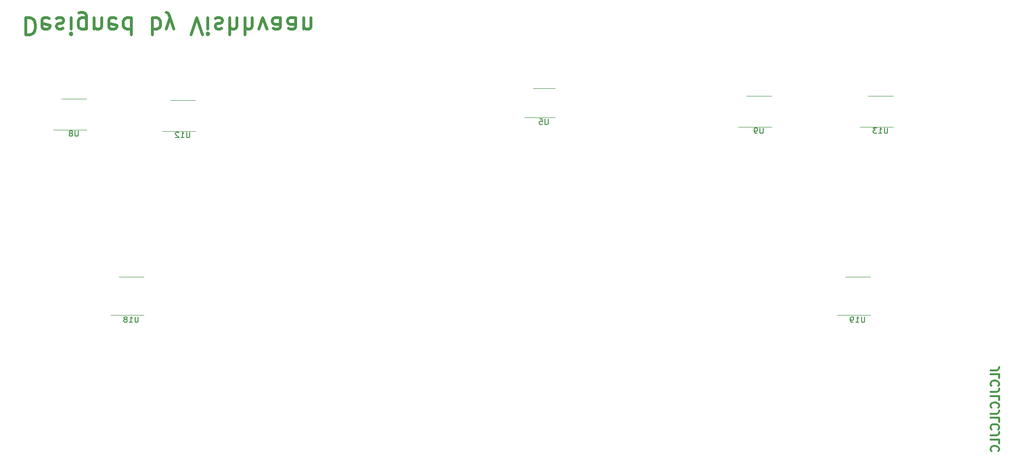
<source format=gbo>
G04 #@! TF.GenerationSoftware,KiCad,Pcbnew,5.1.10*
G04 #@! TF.CreationDate,2021-06-20T21:29:18-04:00*
G04 #@! TF.ProjectId,EVE-PCB-V4,4556452d-5043-4422-9d56-342e6b696361,rev?*
G04 #@! TF.SameCoordinates,Original*
G04 #@! TF.FileFunction,Legend,Bot*
G04 #@! TF.FilePolarity,Positive*
%FSLAX46Y46*%
G04 Gerber Fmt 4.6, Leading zero omitted, Abs format (unit mm)*
G04 Created by KiCad (PCBNEW 5.1.10) date 2021-06-20 21:29:18*
%MOMM*%
%LPD*%
G01*
G04 APERTURE LIST*
%ADD10C,0.500000*%
%ADD11C,0.300000*%
%ADD12C,0.120000*%
%ADD13C,0.150000*%
%ADD14O,1.802000X1.802000*%
%ADD15C,2.702000*%
%ADD16O,2.102000X2.007000*%
%ADD17C,1.752000*%
%ADD18C,1.202000*%
%ADD19O,2.702000X2.702000*%
G04 APERTURE END LIST*
D10*
X61836285Y-31154857D02*
X61836285Y-34154857D01*
X62550571Y-34154857D01*
X62979142Y-34012000D01*
X63264857Y-33726285D01*
X63407714Y-33440571D01*
X63550571Y-32869142D01*
X63550571Y-32440571D01*
X63407714Y-31869142D01*
X63264857Y-31583428D01*
X62979142Y-31297714D01*
X62550571Y-31154857D01*
X61836285Y-31154857D01*
X65979142Y-31297714D02*
X65693428Y-31154857D01*
X65122000Y-31154857D01*
X64836285Y-31297714D01*
X64693428Y-31583428D01*
X64693428Y-32726285D01*
X64836285Y-33011999D01*
X65122000Y-33154857D01*
X65693428Y-33154857D01*
X65979142Y-33011999D01*
X66122000Y-32726285D01*
X66122000Y-32440571D01*
X64693428Y-32154857D01*
X67264857Y-31297714D02*
X67550571Y-31154857D01*
X68122000Y-31154857D01*
X68407714Y-31297714D01*
X68550571Y-31583428D01*
X68550571Y-31726285D01*
X68407714Y-32011999D01*
X68122000Y-32154857D01*
X67693428Y-32154857D01*
X67407714Y-32297714D01*
X67264857Y-32583428D01*
X67264857Y-32726285D01*
X67407714Y-33011999D01*
X67693428Y-33154857D01*
X68122000Y-33154857D01*
X68407714Y-33011999D01*
X69836285Y-31154857D02*
X69836285Y-33154857D01*
X69836285Y-34154857D02*
X69693428Y-34012000D01*
X69836285Y-33869142D01*
X69979142Y-34012000D01*
X69836285Y-34154857D01*
X69836285Y-33869142D01*
X72550571Y-33154857D02*
X72550571Y-30726285D01*
X72407714Y-30440571D01*
X72264857Y-30297714D01*
X71979142Y-30154857D01*
X71550571Y-30154857D01*
X71264857Y-30297714D01*
X72550571Y-31297714D02*
X72264857Y-31154857D01*
X71693428Y-31154857D01*
X71407714Y-31297714D01*
X71264857Y-31440571D01*
X71122000Y-31726285D01*
X71122000Y-32583428D01*
X71264857Y-32869142D01*
X71407714Y-33011999D01*
X71693428Y-33154857D01*
X72264857Y-33154857D01*
X72550571Y-33012000D01*
X73979142Y-33154857D02*
X73979142Y-31154857D01*
X73979142Y-32869142D02*
X74122000Y-33012000D01*
X74407714Y-33154857D01*
X74836285Y-33154857D01*
X75122000Y-33012000D01*
X75264857Y-32726285D01*
X75264857Y-31154857D01*
X77836285Y-31297714D02*
X77550571Y-31154857D01*
X76979142Y-31154857D01*
X76693428Y-31297714D01*
X76550571Y-31583428D01*
X76550571Y-32726285D01*
X76693428Y-33012000D01*
X76979142Y-33154857D01*
X77550571Y-33154857D01*
X77836285Y-33012000D01*
X77979142Y-32726285D01*
X77979142Y-32440571D01*
X76550571Y-32154857D01*
X80550571Y-31154857D02*
X80550571Y-34154857D01*
X80550571Y-31297714D02*
X80264857Y-31154857D01*
X79693428Y-31154857D01*
X79407714Y-31297714D01*
X79264857Y-31440571D01*
X79122000Y-31726285D01*
X79122000Y-32583428D01*
X79264857Y-32869142D01*
X79407714Y-33012000D01*
X79693428Y-33154857D01*
X80264857Y-33154857D01*
X80550571Y-33012000D01*
X84264857Y-31154857D02*
X84264857Y-34154857D01*
X84264857Y-33012000D02*
X84550571Y-33154857D01*
X85122000Y-33154857D01*
X85407714Y-33012000D01*
X85550571Y-32869142D01*
X85693428Y-32583428D01*
X85693428Y-31726285D01*
X85550571Y-31440571D01*
X85407714Y-31297714D01*
X85122000Y-31154857D01*
X84550571Y-31154857D01*
X84264857Y-31297714D01*
X86693428Y-33154857D02*
X87407714Y-31154857D01*
X88122000Y-33154857D02*
X87407714Y-31154857D01*
X87122000Y-30440571D01*
X86979142Y-30297714D01*
X86693428Y-30154857D01*
X91122000Y-34154857D02*
X92122000Y-31154857D01*
X93122000Y-34154857D01*
X94122000Y-31154857D02*
X94122000Y-33154857D01*
X94122000Y-34154857D02*
X93979142Y-34012000D01*
X94122000Y-33869142D01*
X94264857Y-34012000D01*
X94122000Y-34154857D01*
X94122000Y-33869142D01*
X95407714Y-31297714D02*
X95693428Y-31154857D01*
X96264857Y-31154857D01*
X96550571Y-31297714D01*
X96693428Y-31583428D01*
X96693428Y-31726285D01*
X96550571Y-32012000D01*
X96264857Y-32154857D01*
X95836285Y-32154857D01*
X95550571Y-32297714D01*
X95407714Y-32583428D01*
X95407714Y-32726285D01*
X95550571Y-33012000D01*
X95836285Y-33154857D01*
X96264857Y-33154857D01*
X96550571Y-33012000D01*
X97979142Y-31154857D02*
X97979142Y-34154857D01*
X99264857Y-31154857D02*
X99264857Y-32726285D01*
X99122000Y-33012000D01*
X98836285Y-33154857D01*
X98407714Y-33154857D01*
X98122000Y-33012000D01*
X97979142Y-32869142D01*
X100693428Y-31154857D02*
X100693428Y-34154857D01*
X101979142Y-31154857D02*
X101979142Y-32726285D01*
X101836285Y-33012000D01*
X101550571Y-33154857D01*
X101122000Y-33154857D01*
X100836285Y-33012000D01*
X100693428Y-32869142D01*
X103122000Y-33154857D02*
X103836285Y-31154857D01*
X104550571Y-33154857D01*
X106979142Y-31154857D02*
X106979142Y-32726285D01*
X106836285Y-33012000D01*
X106550571Y-33154857D01*
X105979142Y-33154857D01*
X105693428Y-33012000D01*
X106979142Y-31297714D02*
X106693428Y-31154857D01*
X105979142Y-31154857D01*
X105693428Y-31297714D01*
X105550571Y-31583428D01*
X105550571Y-31869142D01*
X105693428Y-32154857D01*
X105979142Y-32297714D01*
X106693428Y-32297714D01*
X106979142Y-32440571D01*
X109693428Y-31154857D02*
X109693428Y-32726285D01*
X109550571Y-33012000D01*
X109264857Y-33154857D01*
X108693428Y-33154857D01*
X108407714Y-33012000D01*
X109693428Y-31297714D02*
X109407714Y-31154857D01*
X108693428Y-31154857D01*
X108407714Y-31297714D01*
X108264857Y-31583428D01*
X108264857Y-31869142D01*
X108407714Y-32154857D01*
X108693428Y-32297714D01*
X109407714Y-32297714D01*
X109693428Y-32440571D01*
X111122000Y-33154857D02*
X111122000Y-31154857D01*
X111122000Y-32869142D02*
X111264857Y-33012000D01*
X111550571Y-33154857D01*
X111979142Y-33154857D01*
X112264857Y-33012000D01*
X112407714Y-32726285D01*
X112407714Y-31154857D01*
D11*
X232858571Y-93655428D02*
X233930000Y-93655428D01*
X234144285Y-93584000D01*
X234287142Y-93441142D01*
X234358571Y-93226857D01*
X234358571Y-93084000D01*
X234358571Y-95084000D02*
X234358571Y-94369714D01*
X232858571Y-94369714D01*
X234215714Y-96441142D02*
X234287142Y-96369714D01*
X234358571Y-96155428D01*
X234358571Y-96012571D01*
X234287142Y-95798285D01*
X234144285Y-95655428D01*
X234001428Y-95584000D01*
X233715714Y-95512571D01*
X233501428Y-95512571D01*
X233215714Y-95584000D01*
X233072857Y-95655428D01*
X232930000Y-95798285D01*
X232858571Y-96012571D01*
X232858571Y-96155428D01*
X232930000Y-96369714D01*
X233001428Y-96441142D01*
X232858571Y-97512571D02*
X233930000Y-97512571D01*
X234144285Y-97441142D01*
X234287142Y-97298285D01*
X234358571Y-97084000D01*
X234358571Y-96941142D01*
X234358571Y-98941142D02*
X234358571Y-98226857D01*
X232858571Y-98226857D01*
X234215714Y-100298285D02*
X234287142Y-100226857D01*
X234358571Y-100012571D01*
X234358571Y-99869714D01*
X234287142Y-99655428D01*
X234144285Y-99512571D01*
X234001428Y-99441142D01*
X233715714Y-99369714D01*
X233501428Y-99369714D01*
X233215714Y-99441142D01*
X233072857Y-99512571D01*
X232930000Y-99655428D01*
X232858571Y-99869714D01*
X232858571Y-100012571D01*
X232930000Y-100226857D01*
X233001428Y-100298285D01*
X232858571Y-101369714D02*
X233930000Y-101369714D01*
X234144285Y-101298285D01*
X234287142Y-101155428D01*
X234358571Y-100941142D01*
X234358571Y-100798285D01*
X234358571Y-102798285D02*
X234358571Y-102084000D01*
X232858571Y-102084000D01*
X234215714Y-104155428D02*
X234287142Y-104084000D01*
X234358571Y-103869714D01*
X234358571Y-103726857D01*
X234287142Y-103512571D01*
X234144285Y-103369714D01*
X234001428Y-103298285D01*
X233715714Y-103226857D01*
X233501428Y-103226857D01*
X233215714Y-103298285D01*
X233072857Y-103369714D01*
X232930000Y-103512571D01*
X232858571Y-103726857D01*
X232858571Y-103869714D01*
X232930000Y-104084000D01*
X233001428Y-104155428D01*
X232858571Y-105226857D02*
X233930000Y-105226857D01*
X234144285Y-105155428D01*
X234287142Y-105012571D01*
X234358571Y-104798285D01*
X234358571Y-104655428D01*
X234358571Y-106655428D02*
X234358571Y-105941142D01*
X232858571Y-105941142D01*
X234215714Y-108012571D02*
X234287142Y-107941142D01*
X234358571Y-107726857D01*
X234358571Y-107584000D01*
X234287142Y-107369714D01*
X234144285Y-107226857D01*
X234001428Y-107155428D01*
X233715714Y-107084000D01*
X233501428Y-107084000D01*
X233215714Y-107155428D01*
X233072857Y-107226857D01*
X232930000Y-107369714D01*
X232858571Y-107584000D01*
X232858571Y-107726857D01*
X232930000Y-107941142D01*
X233001428Y-108012571D01*
D12*
X153670000Y-48788000D02*
X150220000Y-48788000D01*
X153670000Y-48788000D02*
X155620000Y-48788000D01*
X153670000Y-43668000D02*
X151720000Y-43668000D01*
X153670000Y-43668000D02*
X155620000Y-43668000D01*
X70358000Y-50995000D02*
X66758000Y-50995000D01*
X70358000Y-50995000D02*
X72558000Y-50995000D01*
X70358000Y-45525000D02*
X68158000Y-45525000D01*
X70358000Y-45525000D02*
X72558000Y-45525000D01*
X191770000Y-50487000D02*
X188170000Y-50487000D01*
X191770000Y-50487000D02*
X193970000Y-50487000D01*
X191770000Y-45017000D02*
X189570000Y-45017000D01*
X191770000Y-45017000D02*
X193970000Y-45017000D01*
X89662000Y-45779000D02*
X91862000Y-45779000D01*
X89662000Y-45779000D02*
X87462000Y-45779000D01*
X89662000Y-51249000D02*
X91862000Y-51249000D01*
X89662000Y-51249000D02*
X86062000Y-51249000D01*
X213360000Y-45017000D02*
X215560000Y-45017000D01*
X213360000Y-45017000D02*
X211160000Y-45017000D01*
X213360000Y-50487000D02*
X215560000Y-50487000D01*
X213360000Y-50487000D02*
X209760000Y-50487000D01*
X80518000Y-83903000D02*
X76918000Y-83903000D01*
X80518000Y-83903000D02*
X82718000Y-83903000D01*
X80518000Y-77133000D02*
X78318000Y-77133000D01*
X80518000Y-77133000D02*
X82718000Y-77133000D01*
X209296000Y-83903000D02*
X205696000Y-83903000D01*
X209296000Y-83903000D02*
X211496000Y-83903000D01*
X209296000Y-77133000D02*
X207096000Y-77133000D01*
X209296000Y-77133000D02*
X211496000Y-77133000D01*
D13*
X154431904Y-49080380D02*
X154431904Y-49889904D01*
X154384285Y-49985142D01*
X154336666Y-50032761D01*
X154241428Y-50080380D01*
X154050952Y-50080380D01*
X153955714Y-50032761D01*
X153908095Y-49985142D01*
X153860476Y-49889904D01*
X153860476Y-49080380D01*
X152908095Y-49080380D02*
X153384285Y-49080380D01*
X153431904Y-49556571D01*
X153384285Y-49508952D01*
X153289047Y-49461333D01*
X153050952Y-49461333D01*
X152955714Y-49508952D01*
X152908095Y-49556571D01*
X152860476Y-49651809D01*
X152860476Y-49889904D01*
X152908095Y-49985142D01*
X152955714Y-50032761D01*
X153050952Y-50080380D01*
X153289047Y-50080380D01*
X153384285Y-50032761D01*
X153431904Y-49985142D01*
X71119904Y-51162380D02*
X71119904Y-51971904D01*
X71072285Y-52067142D01*
X71024666Y-52114761D01*
X70929428Y-52162380D01*
X70738952Y-52162380D01*
X70643714Y-52114761D01*
X70596095Y-52067142D01*
X70548476Y-51971904D01*
X70548476Y-51162380D01*
X69929428Y-51590952D02*
X70024666Y-51543333D01*
X70072285Y-51495714D01*
X70119904Y-51400476D01*
X70119904Y-51352857D01*
X70072285Y-51257619D01*
X70024666Y-51210000D01*
X69929428Y-51162380D01*
X69738952Y-51162380D01*
X69643714Y-51210000D01*
X69596095Y-51257619D01*
X69548476Y-51352857D01*
X69548476Y-51400476D01*
X69596095Y-51495714D01*
X69643714Y-51543333D01*
X69738952Y-51590952D01*
X69929428Y-51590952D01*
X70024666Y-51638571D01*
X70072285Y-51686190D01*
X70119904Y-51781428D01*
X70119904Y-51971904D01*
X70072285Y-52067142D01*
X70024666Y-52114761D01*
X69929428Y-52162380D01*
X69738952Y-52162380D01*
X69643714Y-52114761D01*
X69596095Y-52067142D01*
X69548476Y-51971904D01*
X69548476Y-51781428D01*
X69596095Y-51686190D01*
X69643714Y-51638571D01*
X69738952Y-51590952D01*
X192531904Y-50654380D02*
X192531904Y-51463904D01*
X192484285Y-51559142D01*
X192436666Y-51606761D01*
X192341428Y-51654380D01*
X192150952Y-51654380D01*
X192055714Y-51606761D01*
X192008095Y-51559142D01*
X191960476Y-51463904D01*
X191960476Y-50654380D01*
X191436666Y-51654380D02*
X191246190Y-51654380D01*
X191150952Y-51606761D01*
X191103333Y-51559142D01*
X191008095Y-51416285D01*
X190960476Y-51225809D01*
X190960476Y-50844857D01*
X191008095Y-50749619D01*
X191055714Y-50702000D01*
X191150952Y-50654380D01*
X191341428Y-50654380D01*
X191436666Y-50702000D01*
X191484285Y-50749619D01*
X191531904Y-50844857D01*
X191531904Y-51082952D01*
X191484285Y-51178190D01*
X191436666Y-51225809D01*
X191341428Y-51273428D01*
X191150952Y-51273428D01*
X191055714Y-51225809D01*
X191008095Y-51178190D01*
X190960476Y-51082952D01*
X90900095Y-51416380D02*
X90900095Y-52225904D01*
X90852476Y-52321142D01*
X90804857Y-52368761D01*
X90709619Y-52416380D01*
X90519142Y-52416380D01*
X90423904Y-52368761D01*
X90376285Y-52321142D01*
X90328666Y-52225904D01*
X90328666Y-51416380D01*
X89328666Y-52416380D02*
X89900095Y-52416380D01*
X89614380Y-52416380D02*
X89614380Y-51416380D01*
X89709619Y-51559238D01*
X89804857Y-51654476D01*
X89900095Y-51702095D01*
X88947714Y-51511619D02*
X88900095Y-51464000D01*
X88804857Y-51416380D01*
X88566761Y-51416380D01*
X88471523Y-51464000D01*
X88423904Y-51511619D01*
X88376285Y-51606857D01*
X88376285Y-51702095D01*
X88423904Y-51844952D01*
X88995333Y-52416380D01*
X88376285Y-52416380D01*
X214598095Y-50654380D02*
X214598095Y-51463904D01*
X214550476Y-51559142D01*
X214502857Y-51606761D01*
X214407619Y-51654380D01*
X214217142Y-51654380D01*
X214121904Y-51606761D01*
X214074285Y-51559142D01*
X214026666Y-51463904D01*
X214026666Y-50654380D01*
X213026666Y-51654380D02*
X213598095Y-51654380D01*
X213312380Y-51654380D02*
X213312380Y-50654380D01*
X213407619Y-50797238D01*
X213502857Y-50892476D01*
X213598095Y-50940095D01*
X212693333Y-50654380D02*
X212074285Y-50654380D01*
X212407619Y-51035333D01*
X212264761Y-51035333D01*
X212169523Y-51082952D01*
X212121904Y-51130571D01*
X212074285Y-51225809D01*
X212074285Y-51463904D01*
X212121904Y-51559142D01*
X212169523Y-51606761D01*
X212264761Y-51654380D01*
X212550476Y-51654380D01*
X212645714Y-51606761D01*
X212693333Y-51559142D01*
X81756095Y-84170380D02*
X81756095Y-84979904D01*
X81708476Y-85075142D01*
X81660857Y-85122761D01*
X81565619Y-85170380D01*
X81375142Y-85170380D01*
X81279904Y-85122761D01*
X81232285Y-85075142D01*
X81184666Y-84979904D01*
X81184666Y-84170380D01*
X80184666Y-85170380D02*
X80756095Y-85170380D01*
X80470380Y-85170380D02*
X80470380Y-84170380D01*
X80565619Y-84313238D01*
X80660857Y-84408476D01*
X80756095Y-84456095D01*
X79613238Y-84598952D02*
X79708476Y-84551333D01*
X79756095Y-84503714D01*
X79803714Y-84408476D01*
X79803714Y-84360857D01*
X79756095Y-84265619D01*
X79708476Y-84218000D01*
X79613238Y-84170380D01*
X79422761Y-84170380D01*
X79327523Y-84218000D01*
X79279904Y-84265619D01*
X79232285Y-84360857D01*
X79232285Y-84408476D01*
X79279904Y-84503714D01*
X79327523Y-84551333D01*
X79422761Y-84598952D01*
X79613238Y-84598952D01*
X79708476Y-84646571D01*
X79756095Y-84694190D01*
X79803714Y-84789428D01*
X79803714Y-84979904D01*
X79756095Y-85075142D01*
X79708476Y-85122761D01*
X79613238Y-85170380D01*
X79422761Y-85170380D01*
X79327523Y-85122761D01*
X79279904Y-85075142D01*
X79232285Y-84979904D01*
X79232285Y-84789428D01*
X79279904Y-84694190D01*
X79327523Y-84646571D01*
X79422761Y-84598952D01*
X210534095Y-84170380D02*
X210534095Y-84979904D01*
X210486476Y-85075142D01*
X210438857Y-85122761D01*
X210343619Y-85170380D01*
X210153142Y-85170380D01*
X210057904Y-85122761D01*
X210010285Y-85075142D01*
X209962666Y-84979904D01*
X209962666Y-84170380D01*
X208962666Y-85170380D02*
X209534095Y-85170380D01*
X209248380Y-85170380D02*
X209248380Y-84170380D01*
X209343619Y-84313238D01*
X209438857Y-84408476D01*
X209534095Y-84456095D01*
X208486476Y-85170380D02*
X208296000Y-85170380D01*
X208200761Y-85122761D01*
X208153142Y-85075142D01*
X208057904Y-84932285D01*
X208010285Y-84741809D01*
X208010285Y-84360857D01*
X208057904Y-84265619D01*
X208105523Y-84218000D01*
X208200761Y-84170380D01*
X208391238Y-84170380D01*
X208486476Y-84218000D01*
X208534095Y-84265619D01*
X208581714Y-84360857D01*
X208581714Y-84598952D01*
X208534095Y-84694190D01*
X208486476Y-84741809D01*
X208391238Y-84789428D01*
X208200761Y-84789428D01*
X208105523Y-84741809D01*
X208057904Y-84694190D01*
X208010285Y-84598952D01*
%LPC*%
D14*
X232410000Y-82042000D03*
X229870000Y-82042000D03*
X232410000Y-79502000D03*
X229870000Y-79502000D03*
X232410000Y-76962000D03*
X229870000Y-76962000D03*
X232410000Y-74422000D03*
X229870000Y-74422000D03*
X232410000Y-71882000D03*
X229870000Y-71882000D03*
X232410000Y-69342000D03*
X229870000Y-69342000D03*
X232410000Y-66802000D03*
X229870000Y-66802000D03*
X232410000Y-64262000D03*
X229870000Y-64262000D03*
X232410000Y-61722000D03*
X229870000Y-61722000D03*
X232410000Y-59182000D03*
X229870000Y-59182000D03*
X232410000Y-56642000D03*
X229870000Y-56642000D03*
X232410000Y-54102000D03*
X229870000Y-54102000D03*
X232410000Y-51562000D03*
X229870000Y-51562000D03*
X232410000Y-49022000D03*
X229870000Y-49022000D03*
X232410000Y-46482000D03*
X229870000Y-46482000D03*
X232410000Y-43942000D03*
X229870000Y-43942000D03*
X232410000Y-41402000D03*
X229870000Y-41402000D03*
X232410000Y-38862000D03*
X229870000Y-38862000D03*
X232410000Y-36322000D03*
X229870000Y-36322000D03*
X232410000Y-33782000D03*
G36*
G01*
X228969000Y-34632000D02*
X228969000Y-32932000D01*
G75*
G02*
X229020000Y-32881000I51000J0D01*
G01*
X230720000Y-32881000D01*
G75*
G02*
X230771000Y-32932000I0J-51000D01*
G01*
X230771000Y-34632000D01*
G75*
G02*
X230720000Y-34683000I-51000J0D01*
G01*
X229020000Y-34683000D01*
G75*
G02*
X228969000Y-34632000I0J51000D01*
G01*
G37*
G36*
G01*
X142524200Y-42642000D02*
X142524200Y-45242000D01*
G75*
G02*
X142473200Y-45293000I-51000J0D01*
G01*
X139873200Y-45293000D01*
G75*
G02*
X139822200Y-45242000I0J51000D01*
G01*
X139822200Y-42642000D01*
G75*
G02*
X139873200Y-42591000I51000J0D01*
G01*
X142473200Y-42591000D01*
G75*
G02*
X142524200Y-42642000I0J-51000D01*
G01*
G37*
D15*
X141173200Y-37942000D03*
X136473200Y-40942000D03*
G36*
G01*
X55642000Y-89928500D02*
X57642000Y-89928500D01*
G75*
G02*
X57693000Y-89979500I0J-51000D01*
G01*
X57693000Y-91884500D01*
G75*
G02*
X57642000Y-91935500I-51000J0D01*
G01*
X55642000Y-91935500D01*
G75*
G02*
X55591000Y-91884500I0J51000D01*
G01*
X55591000Y-89979500D01*
G75*
G02*
X55642000Y-89928500I51000J0D01*
G01*
G37*
D16*
X56642000Y-93472000D03*
X56642000Y-96012000D03*
D17*
X165100000Y-37846000D03*
X162560000Y-37846000D03*
X160020000Y-37846000D03*
D18*
X165100000Y-35306000D03*
X162560000Y-35306000D03*
X160020000Y-35306000D03*
G36*
G01*
X127173000Y-49306000D02*
X127173000Y-46706000D01*
G75*
G02*
X127224000Y-46655000I51000J0D01*
G01*
X129824000Y-46655000D01*
G75*
G02*
X129875000Y-46706000I0J-51000D01*
G01*
X129875000Y-49306000D01*
G75*
G02*
X129824000Y-49357000I-51000J0D01*
G01*
X127224000Y-49357000D01*
G75*
G02*
X127173000Y-49306000I0J51000D01*
G01*
G37*
D19*
X132334000Y-48006000D03*
G36*
G01*
X54979000Y-34632000D02*
X54979000Y-32932000D01*
G75*
G02*
X55030000Y-32881000I51000J0D01*
G01*
X56730000Y-32881000D01*
G75*
G02*
X56781000Y-32932000I0J-51000D01*
G01*
X56781000Y-34632000D01*
G75*
G02*
X56730000Y-34683000I-51000J0D01*
G01*
X55030000Y-34683000D01*
G75*
G02*
X54979000Y-34632000I0J51000D01*
G01*
G37*
D14*
X58420000Y-33782000D03*
X55880000Y-36322000D03*
X58420000Y-36322000D03*
X55880000Y-38862000D03*
X58420000Y-38862000D03*
X55880000Y-41402000D03*
X58420000Y-41402000D03*
X55880000Y-43942000D03*
X58420000Y-43942000D03*
X55880000Y-46482000D03*
X58420000Y-46482000D03*
X55880000Y-49022000D03*
X58420000Y-49022000D03*
X55880000Y-51562000D03*
X58420000Y-51562000D03*
X55880000Y-54102000D03*
X58420000Y-54102000D03*
X55880000Y-56642000D03*
X58420000Y-56642000D03*
X55880000Y-59182000D03*
X58420000Y-59182000D03*
X55880000Y-61722000D03*
X58420000Y-61722000D03*
X55880000Y-64262000D03*
X58420000Y-64262000D03*
X55880000Y-66802000D03*
X58420000Y-66802000D03*
X55880000Y-69342000D03*
X58420000Y-69342000D03*
X55880000Y-71882000D03*
X58420000Y-71882000D03*
X55880000Y-74422000D03*
X58420000Y-74422000D03*
X55880000Y-76962000D03*
X58420000Y-76962000D03*
X55880000Y-79502000D03*
X58420000Y-79502000D03*
X55880000Y-82042000D03*
X58420000Y-82042000D03*
G36*
G01*
X125083000Y-37172000D02*
X125083000Y-35472000D01*
G75*
G02*
X125134000Y-35421000I51000J0D01*
G01*
X126834000Y-35421000D01*
G75*
G02*
X126885000Y-35472000I0J-51000D01*
G01*
X126885000Y-37172000D01*
G75*
G02*
X126834000Y-37223000I-51000J0D01*
G01*
X125134000Y-37223000D01*
G75*
G02*
X125083000Y-37172000I0J51000D01*
G01*
G37*
X128524000Y-36322000D03*
X125984000Y-38862000D03*
X128524000Y-38862000D03*
X125984000Y-41402000D03*
X128524000Y-41402000D03*
G36*
G01*
X150169000Y-48308500D02*
X150169000Y-47957500D01*
G75*
G02*
X150344500Y-47782000I175500J0D01*
G01*
X152045500Y-47782000D01*
G75*
G02*
X152221000Y-47957500I0J-175500D01*
G01*
X152221000Y-48308500D01*
G75*
G02*
X152045500Y-48484000I-175500J0D01*
G01*
X150344500Y-48484000D01*
G75*
G02*
X150169000Y-48308500I0J175500D01*
G01*
G37*
G36*
G01*
X150169000Y-47038500D02*
X150169000Y-46687500D01*
G75*
G02*
X150344500Y-46512000I175500J0D01*
G01*
X152045500Y-46512000D01*
G75*
G02*
X152221000Y-46687500I0J-175500D01*
G01*
X152221000Y-47038500D01*
G75*
G02*
X152045500Y-47214000I-175500J0D01*
G01*
X150344500Y-47214000D01*
G75*
G02*
X150169000Y-47038500I0J175500D01*
G01*
G37*
G36*
G01*
X150169000Y-45768500D02*
X150169000Y-45417500D01*
G75*
G02*
X150344500Y-45242000I175500J0D01*
G01*
X152045500Y-45242000D01*
G75*
G02*
X152221000Y-45417500I0J-175500D01*
G01*
X152221000Y-45768500D01*
G75*
G02*
X152045500Y-45944000I-175500J0D01*
G01*
X150344500Y-45944000D01*
G75*
G02*
X150169000Y-45768500I0J175500D01*
G01*
G37*
G36*
G01*
X150169000Y-44498500D02*
X150169000Y-44147500D01*
G75*
G02*
X150344500Y-43972000I175500J0D01*
G01*
X152045500Y-43972000D01*
G75*
G02*
X152221000Y-44147500I0J-175500D01*
G01*
X152221000Y-44498500D01*
G75*
G02*
X152045500Y-44674000I-175500J0D01*
G01*
X150344500Y-44674000D01*
G75*
G02*
X150169000Y-44498500I0J175500D01*
G01*
G37*
G36*
G01*
X155119000Y-44498500D02*
X155119000Y-44147500D01*
G75*
G02*
X155294500Y-43972000I175500J0D01*
G01*
X156995500Y-43972000D01*
G75*
G02*
X157171000Y-44147500I0J-175500D01*
G01*
X157171000Y-44498500D01*
G75*
G02*
X156995500Y-44674000I-175500J0D01*
G01*
X155294500Y-44674000D01*
G75*
G02*
X155119000Y-44498500I0J175500D01*
G01*
G37*
G36*
G01*
X155119000Y-45768500D02*
X155119000Y-45417500D01*
G75*
G02*
X155294500Y-45242000I175500J0D01*
G01*
X156995500Y-45242000D01*
G75*
G02*
X157171000Y-45417500I0J-175500D01*
G01*
X157171000Y-45768500D01*
G75*
G02*
X156995500Y-45944000I-175500J0D01*
G01*
X155294500Y-45944000D01*
G75*
G02*
X155119000Y-45768500I0J175500D01*
G01*
G37*
G36*
G01*
X155119000Y-47038500D02*
X155119000Y-46687500D01*
G75*
G02*
X155294500Y-46512000I175500J0D01*
G01*
X156995500Y-46512000D01*
G75*
G02*
X157171000Y-46687500I0J-175500D01*
G01*
X157171000Y-47038500D01*
G75*
G02*
X156995500Y-47214000I-175500J0D01*
G01*
X155294500Y-47214000D01*
G75*
G02*
X155119000Y-47038500I0J175500D01*
G01*
G37*
G36*
G01*
X155119000Y-48308500D02*
X155119000Y-47957500D01*
G75*
G02*
X155294500Y-47782000I175500J0D01*
G01*
X156995500Y-47782000D01*
G75*
G02*
X157171000Y-47957500I0J-175500D01*
G01*
X157171000Y-48308500D01*
G75*
G02*
X156995500Y-48484000I-175500J0D01*
G01*
X155294500Y-48484000D01*
G75*
G02*
X155119000Y-48308500I0J175500D01*
G01*
G37*
G36*
G01*
X66707000Y-50660500D02*
X66707000Y-50409500D01*
G75*
G02*
X66832500Y-50284000I125500J0D01*
G01*
X68158500Y-50284000D01*
G75*
G02*
X68284000Y-50409500I0J-125500D01*
G01*
X68284000Y-50660500D01*
G75*
G02*
X68158500Y-50786000I-125500J0D01*
G01*
X66832500Y-50786000D01*
G75*
G02*
X66707000Y-50660500I0J125500D01*
G01*
G37*
G36*
G01*
X66707000Y-50010500D02*
X66707000Y-49759500D01*
G75*
G02*
X66832500Y-49634000I125500J0D01*
G01*
X68158500Y-49634000D01*
G75*
G02*
X68284000Y-49759500I0J-125500D01*
G01*
X68284000Y-50010500D01*
G75*
G02*
X68158500Y-50136000I-125500J0D01*
G01*
X66832500Y-50136000D01*
G75*
G02*
X66707000Y-50010500I0J125500D01*
G01*
G37*
G36*
G01*
X66707000Y-49360500D02*
X66707000Y-49109500D01*
G75*
G02*
X66832500Y-48984000I125500J0D01*
G01*
X68158500Y-48984000D01*
G75*
G02*
X68284000Y-49109500I0J-125500D01*
G01*
X68284000Y-49360500D01*
G75*
G02*
X68158500Y-49486000I-125500J0D01*
G01*
X66832500Y-49486000D01*
G75*
G02*
X66707000Y-49360500I0J125500D01*
G01*
G37*
G36*
G01*
X66707000Y-48710500D02*
X66707000Y-48459500D01*
G75*
G02*
X66832500Y-48334000I125500J0D01*
G01*
X68158500Y-48334000D01*
G75*
G02*
X68284000Y-48459500I0J-125500D01*
G01*
X68284000Y-48710500D01*
G75*
G02*
X68158500Y-48836000I-125500J0D01*
G01*
X66832500Y-48836000D01*
G75*
G02*
X66707000Y-48710500I0J125500D01*
G01*
G37*
G36*
G01*
X66707000Y-48060500D02*
X66707000Y-47809500D01*
G75*
G02*
X66832500Y-47684000I125500J0D01*
G01*
X68158500Y-47684000D01*
G75*
G02*
X68284000Y-47809500I0J-125500D01*
G01*
X68284000Y-48060500D01*
G75*
G02*
X68158500Y-48186000I-125500J0D01*
G01*
X66832500Y-48186000D01*
G75*
G02*
X66707000Y-48060500I0J125500D01*
G01*
G37*
G36*
G01*
X66707000Y-47410500D02*
X66707000Y-47159500D01*
G75*
G02*
X66832500Y-47034000I125500J0D01*
G01*
X68158500Y-47034000D01*
G75*
G02*
X68284000Y-47159500I0J-125500D01*
G01*
X68284000Y-47410500D01*
G75*
G02*
X68158500Y-47536000I-125500J0D01*
G01*
X66832500Y-47536000D01*
G75*
G02*
X66707000Y-47410500I0J125500D01*
G01*
G37*
G36*
G01*
X66707000Y-46760500D02*
X66707000Y-46509500D01*
G75*
G02*
X66832500Y-46384000I125500J0D01*
G01*
X68158500Y-46384000D01*
G75*
G02*
X68284000Y-46509500I0J-125500D01*
G01*
X68284000Y-46760500D01*
G75*
G02*
X68158500Y-46886000I-125500J0D01*
G01*
X66832500Y-46886000D01*
G75*
G02*
X66707000Y-46760500I0J125500D01*
G01*
G37*
G36*
G01*
X66707000Y-46110500D02*
X66707000Y-45859500D01*
G75*
G02*
X66832500Y-45734000I125500J0D01*
G01*
X68158500Y-45734000D01*
G75*
G02*
X68284000Y-45859500I0J-125500D01*
G01*
X68284000Y-46110500D01*
G75*
G02*
X68158500Y-46236000I-125500J0D01*
G01*
X66832500Y-46236000D01*
G75*
G02*
X66707000Y-46110500I0J125500D01*
G01*
G37*
G36*
G01*
X72432000Y-46110500D02*
X72432000Y-45859500D01*
G75*
G02*
X72557500Y-45734000I125500J0D01*
G01*
X73883500Y-45734000D01*
G75*
G02*
X74009000Y-45859500I0J-125500D01*
G01*
X74009000Y-46110500D01*
G75*
G02*
X73883500Y-46236000I-125500J0D01*
G01*
X72557500Y-46236000D01*
G75*
G02*
X72432000Y-46110500I0J125500D01*
G01*
G37*
G36*
G01*
X72432000Y-46760500D02*
X72432000Y-46509500D01*
G75*
G02*
X72557500Y-46384000I125500J0D01*
G01*
X73883500Y-46384000D01*
G75*
G02*
X74009000Y-46509500I0J-125500D01*
G01*
X74009000Y-46760500D01*
G75*
G02*
X73883500Y-46886000I-125500J0D01*
G01*
X72557500Y-46886000D01*
G75*
G02*
X72432000Y-46760500I0J125500D01*
G01*
G37*
G36*
G01*
X72432000Y-47410500D02*
X72432000Y-47159500D01*
G75*
G02*
X72557500Y-47034000I125500J0D01*
G01*
X73883500Y-47034000D01*
G75*
G02*
X74009000Y-47159500I0J-125500D01*
G01*
X74009000Y-47410500D01*
G75*
G02*
X73883500Y-47536000I-125500J0D01*
G01*
X72557500Y-47536000D01*
G75*
G02*
X72432000Y-47410500I0J125500D01*
G01*
G37*
G36*
G01*
X72432000Y-48060500D02*
X72432000Y-47809500D01*
G75*
G02*
X72557500Y-47684000I125500J0D01*
G01*
X73883500Y-47684000D01*
G75*
G02*
X74009000Y-47809500I0J-125500D01*
G01*
X74009000Y-48060500D01*
G75*
G02*
X73883500Y-48186000I-125500J0D01*
G01*
X72557500Y-48186000D01*
G75*
G02*
X72432000Y-48060500I0J125500D01*
G01*
G37*
G36*
G01*
X72432000Y-48710500D02*
X72432000Y-48459500D01*
G75*
G02*
X72557500Y-48334000I125500J0D01*
G01*
X73883500Y-48334000D01*
G75*
G02*
X74009000Y-48459500I0J-125500D01*
G01*
X74009000Y-48710500D01*
G75*
G02*
X73883500Y-48836000I-125500J0D01*
G01*
X72557500Y-48836000D01*
G75*
G02*
X72432000Y-48710500I0J125500D01*
G01*
G37*
G36*
G01*
X72432000Y-49360500D02*
X72432000Y-49109500D01*
G75*
G02*
X72557500Y-48984000I125500J0D01*
G01*
X73883500Y-48984000D01*
G75*
G02*
X74009000Y-49109500I0J-125500D01*
G01*
X74009000Y-49360500D01*
G75*
G02*
X73883500Y-49486000I-125500J0D01*
G01*
X72557500Y-49486000D01*
G75*
G02*
X72432000Y-49360500I0J125500D01*
G01*
G37*
G36*
G01*
X72432000Y-50010500D02*
X72432000Y-49759500D01*
G75*
G02*
X72557500Y-49634000I125500J0D01*
G01*
X73883500Y-49634000D01*
G75*
G02*
X74009000Y-49759500I0J-125500D01*
G01*
X74009000Y-50010500D01*
G75*
G02*
X73883500Y-50136000I-125500J0D01*
G01*
X72557500Y-50136000D01*
G75*
G02*
X72432000Y-50010500I0J125500D01*
G01*
G37*
G36*
G01*
X72432000Y-50660500D02*
X72432000Y-50409500D01*
G75*
G02*
X72557500Y-50284000I125500J0D01*
G01*
X73883500Y-50284000D01*
G75*
G02*
X74009000Y-50409500I0J-125500D01*
G01*
X74009000Y-50660500D01*
G75*
G02*
X73883500Y-50786000I-125500J0D01*
G01*
X72557500Y-50786000D01*
G75*
G02*
X72432000Y-50660500I0J125500D01*
G01*
G37*
G36*
G01*
X188119000Y-50152500D02*
X188119000Y-49901500D01*
G75*
G02*
X188244500Y-49776000I125500J0D01*
G01*
X189570500Y-49776000D01*
G75*
G02*
X189696000Y-49901500I0J-125500D01*
G01*
X189696000Y-50152500D01*
G75*
G02*
X189570500Y-50278000I-125500J0D01*
G01*
X188244500Y-50278000D01*
G75*
G02*
X188119000Y-50152500I0J125500D01*
G01*
G37*
G36*
G01*
X188119000Y-49502500D02*
X188119000Y-49251500D01*
G75*
G02*
X188244500Y-49126000I125500J0D01*
G01*
X189570500Y-49126000D01*
G75*
G02*
X189696000Y-49251500I0J-125500D01*
G01*
X189696000Y-49502500D01*
G75*
G02*
X189570500Y-49628000I-125500J0D01*
G01*
X188244500Y-49628000D01*
G75*
G02*
X188119000Y-49502500I0J125500D01*
G01*
G37*
G36*
G01*
X188119000Y-48852500D02*
X188119000Y-48601500D01*
G75*
G02*
X188244500Y-48476000I125500J0D01*
G01*
X189570500Y-48476000D01*
G75*
G02*
X189696000Y-48601500I0J-125500D01*
G01*
X189696000Y-48852500D01*
G75*
G02*
X189570500Y-48978000I-125500J0D01*
G01*
X188244500Y-48978000D01*
G75*
G02*
X188119000Y-48852500I0J125500D01*
G01*
G37*
G36*
G01*
X188119000Y-48202500D02*
X188119000Y-47951500D01*
G75*
G02*
X188244500Y-47826000I125500J0D01*
G01*
X189570500Y-47826000D01*
G75*
G02*
X189696000Y-47951500I0J-125500D01*
G01*
X189696000Y-48202500D01*
G75*
G02*
X189570500Y-48328000I-125500J0D01*
G01*
X188244500Y-48328000D01*
G75*
G02*
X188119000Y-48202500I0J125500D01*
G01*
G37*
G36*
G01*
X188119000Y-47552500D02*
X188119000Y-47301500D01*
G75*
G02*
X188244500Y-47176000I125500J0D01*
G01*
X189570500Y-47176000D01*
G75*
G02*
X189696000Y-47301500I0J-125500D01*
G01*
X189696000Y-47552500D01*
G75*
G02*
X189570500Y-47678000I-125500J0D01*
G01*
X188244500Y-47678000D01*
G75*
G02*
X188119000Y-47552500I0J125500D01*
G01*
G37*
G36*
G01*
X188119000Y-46902500D02*
X188119000Y-46651500D01*
G75*
G02*
X188244500Y-46526000I125500J0D01*
G01*
X189570500Y-46526000D01*
G75*
G02*
X189696000Y-46651500I0J-125500D01*
G01*
X189696000Y-46902500D01*
G75*
G02*
X189570500Y-47028000I-125500J0D01*
G01*
X188244500Y-47028000D01*
G75*
G02*
X188119000Y-46902500I0J125500D01*
G01*
G37*
G36*
G01*
X188119000Y-46252500D02*
X188119000Y-46001500D01*
G75*
G02*
X188244500Y-45876000I125500J0D01*
G01*
X189570500Y-45876000D01*
G75*
G02*
X189696000Y-46001500I0J-125500D01*
G01*
X189696000Y-46252500D01*
G75*
G02*
X189570500Y-46378000I-125500J0D01*
G01*
X188244500Y-46378000D01*
G75*
G02*
X188119000Y-46252500I0J125500D01*
G01*
G37*
G36*
G01*
X188119000Y-45602500D02*
X188119000Y-45351500D01*
G75*
G02*
X188244500Y-45226000I125500J0D01*
G01*
X189570500Y-45226000D01*
G75*
G02*
X189696000Y-45351500I0J-125500D01*
G01*
X189696000Y-45602500D01*
G75*
G02*
X189570500Y-45728000I-125500J0D01*
G01*
X188244500Y-45728000D01*
G75*
G02*
X188119000Y-45602500I0J125500D01*
G01*
G37*
G36*
G01*
X193844000Y-45602500D02*
X193844000Y-45351500D01*
G75*
G02*
X193969500Y-45226000I125500J0D01*
G01*
X195295500Y-45226000D01*
G75*
G02*
X195421000Y-45351500I0J-125500D01*
G01*
X195421000Y-45602500D01*
G75*
G02*
X195295500Y-45728000I-125500J0D01*
G01*
X193969500Y-45728000D01*
G75*
G02*
X193844000Y-45602500I0J125500D01*
G01*
G37*
G36*
G01*
X193844000Y-46252500D02*
X193844000Y-46001500D01*
G75*
G02*
X193969500Y-45876000I125500J0D01*
G01*
X195295500Y-45876000D01*
G75*
G02*
X195421000Y-46001500I0J-125500D01*
G01*
X195421000Y-46252500D01*
G75*
G02*
X195295500Y-46378000I-125500J0D01*
G01*
X193969500Y-46378000D01*
G75*
G02*
X193844000Y-46252500I0J125500D01*
G01*
G37*
G36*
G01*
X193844000Y-46902500D02*
X193844000Y-46651500D01*
G75*
G02*
X193969500Y-46526000I125500J0D01*
G01*
X195295500Y-46526000D01*
G75*
G02*
X195421000Y-46651500I0J-125500D01*
G01*
X195421000Y-46902500D01*
G75*
G02*
X195295500Y-47028000I-125500J0D01*
G01*
X193969500Y-47028000D01*
G75*
G02*
X193844000Y-46902500I0J125500D01*
G01*
G37*
G36*
G01*
X193844000Y-47552500D02*
X193844000Y-47301500D01*
G75*
G02*
X193969500Y-47176000I125500J0D01*
G01*
X195295500Y-47176000D01*
G75*
G02*
X195421000Y-47301500I0J-125500D01*
G01*
X195421000Y-47552500D01*
G75*
G02*
X195295500Y-47678000I-125500J0D01*
G01*
X193969500Y-47678000D01*
G75*
G02*
X193844000Y-47552500I0J125500D01*
G01*
G37*
G36*
G01*
X193844000Y-48202500D02*
X193844000Y-47951500D01*
G75*
G02*
X193969500Y-47826000I125500J0D01*
G01*
X195295500Y-47826000D01*
G75*
G02*
X195421000Y-47951500I0J-125500D01*
G01*
X195421000Y-48202500D01*
G75*
G02*
X195295500Y-48328000I-125500J0D01*
G01*
X193969500Y-48328000D01*
G75*
G02*
X193844000Y-48202500I0J125500D01*
G01*
G37*
G36*
G01*
X193844000Y-48852500D02*
X193844000Y-48601500D01*
G75*
G02*
X193969500Y-48476000I125500J0D01*
G01*
X195295500Y-48476000D01*
G75*
G02*
X195421000Y-48601500I0J-125500D01*
G01*
X195421000Y-48852500D01*
G75*
G02*
X195295500Y-48978000I-125500J0D01*
G01*
X193969500Y-48978000D01*
G75*
G02*
X193844000Y-48852500I0J125500D01*
G01*
G37*
G36*
G01*
X193844000Y-49502500D02*
X193844000Y-49251500D01*
G75*
G02*
X193969500Y-49126000I125500J0D01*
G01*
X195295500Y-49126000D01*
G75*
G02*
X195421000Y-49251500I0J-125500D01*
G01*
X195421000Y-49502500D01*
G75*
G02*
X195295500Y-49628000I-125500J0D01*
G01*
X193969500Y-49628000D01*
G75*
G02*
X193844000Y-49502500I0J125500D01*
G01*
G37*
G36*
G01*
X193844000Y-50152500D02*
X193844000Y-49901500D01*
G75*
G02*
X193969500Y-49776000I125500J0D01*
G01*
X195295500Y-49776000D01*
G75*
G02*
X195421000Y-49901500I0J-125500D01*
G01*
X195421000Y-50152500D01*
G75*
G02*
X195295500Y-50278000I-125500J0D01*
G01*
X193969500Y-50278000D01*
G75*
G02*
X193844000Y-50152500I0J125500D01*
G01*
G37*
G36*
G01*
X91736000Y-50914500D02*
X91736000Y-50663500D01*
G75*
G02*
X91861500Y-50538000I125500J0D01*
G01*
X93187500Y-50538000D01*
G75*
G02*
X93313000Y-50663500I0J-125500D01*
G01*
X93313000Y-50914500D01*
G75*
G02*
X93187500Y-51040000I-125500J0D01*
G01*
X91861500Y-51040000D01*
G75*
G02*
X91736000Y-50914500I0J125500D01*
G01*
G37*
G36*
G01*
X91736000Y-50264500D02*
X91736000Y-50013500D01*
G75*
G02*
X91861500Y-49888000I125500J0D01*
G01*
X93187500Y-49888000D01*
G75*
G02*
X93313000Y-50013500I0J-125500D01*
G01*
X93313000Y-50264500D01*
G75*
G02*
X93187500Y-50390000I-125500J0D01*
G01*
X91861500Y-50390000D01*
G75*
G02*
X91736000Y-50264500I0J125500D01*
G01*
G37*
G36*
G01*
X91736000Y-49614500D02*
X91736000Y-49363500D01*
G75*
G02*
X91861500Y-49238000I125500J0D01*
G01*
X93187500Y-49238000D01*
G75*
G02*
X93313000Y-49363500I0J-125500D01*
G01*
X93313000Y-49614500D01*
G75*
G02*
X93187500Y-49740000I-125500J0D01*
G01*
X91861500Y-49740000D01*
G75*
G02*
X91736000Y-49614500I0J125500D01*
G01*
G37*
G36*
G01*
X91736000Y-48964500D02*
X91736000Y-48713500D01*
G75*
G02*
X91861500Y-48588000I125500J0D01*
G01*
X93187500Y-48588000D01*
G75*
G02*
X93313000Y-48713500I0J-125500D01*
G01*
X93313000Y-48964500D01*
G75*
G02*
X93187500Y-49090000I-125500J0D01*
G01*
X91861500Y-49090000D01*
G75*
G02*
X91736000Y-48964500I0J125500D01*
G01*
G37*
G36*
G01*
X91736000Y-48314500D02*
X91736000Y-48063500D01*
G75*
G02*
X91861500Y-47938000I125500J0D01*
G01*
X93187500Y-47938000D01*
G75*
G02*
X93313000Y-48063500I0J-125500D01*
G01*
X93313000Y-48314500D01*
G75*
G02*
X93187500Y-48440000I-125500J0D01*
G01*
X91861500Y-48440000D01*
G75*
G02*
X91736000Y-48314500I0J125500D01*
G01*
G37*
G36*
G01*
X91736000Y-47664500D02*
X91736000Y-47413500D01*
G75*
G02*
X91861500Y-47288000I125500J0D01*
G01*
X93187500Y-47288000D01*
G75*
G02*
X93313000Y-47413500I0J-125500D01*
G01*
X93313000Y-47664500D01*
G75*
G02*
X93187500Y-47790000I-125500J0D01*
G01*
X91861500Y-47790000D01*
G75*
G02*
X91736000Y-47664500I0J125500D01*
G01*
G37*
G36*
G01*
X91736000Y-47014500D02*
X91736000Y-46763500D01*
G75*
G02*
X91861500Y-46638000I125500J0D01*
G01*
X93187500Y-46638000D01*
G75*
G02*
X93313000Y-46763500I0J-125500D01*
G01*
X93313000Y-47014500D01*
G75*
G02*
X93187500Y-47140000I-125500J0D01*
G01*
X91861500Y-47140000D01*
G75*
G02*
X91736000Y-47014500I0J125500D01*
G01*
G37*
G36*
G01*
X91736000Y-46364500D02*
X91736000Y-46113500D01*
G75*
G02*
X91861500Y-45988000I125500J0D01*
G01*
X93187500Y-45988000D01*
G75*
G02*
X93313000Y-46113500I0J-125500D01*
G01*
X93313000Y-46364500D01*
G75*
G02*
X93187500Y-46490000I-125500J0D01*
G01*
X91861500Y-46490000D01*
G75*
G02*
X91736000Y-46364500I0J125500D01*
G01*
G37*
G36*
G01*
X86011000Y-46364500D02*
X86011000Y-46113500D01*
G75*
G02*
X86136500Y-45988000I125500J0D01*
G01*
X87462500Y-45988000D01*
G75*
G02*
X87588000Y-46113500I0J-125500D01*
G01*
X87588000Y-46364500D01*
G75*
G02*
X87462500Y-46490000I-125500J0D01*
G01*
X86136500Y-46490000D01*
G75*
G02*
X86011000Y-46364500I0J125500D01*
G01*
G37*
G36*
G01*
X86011000Y-47014500D02*
X86011000Y-46763500D01*
G75*
G02*
X86136500Y-46638000I125500J0D01*
G01*
X87462500Y-46638000D01*
G75*
G02*
X87588000Y-46763500I0J-125500D01*
G01*
X87588000Y-47014500D01*
G75*
G02*
X87462500Y-47140000I-125500J0D01*
G01*
X86136500Y-47140000D01*
G75*
G02*
X86011000Y-47014500I0J125500D01*
G01*
G37*
G36*
G01*
X86011000Y-47664500D02*
X86011000Y-47413500D01*
G75*
G02*
X86136500Y-47288000I125500J0D01*
G01*
X87462500Y-47288000D01*
G75*
G02*
X87588000Y-47413500I0J-125500D01*
G01*
X87588000Y-47664500D01*
G75*
G02*
X87462500Y-47790000I-125500J0D01*
G01*
X86136500Y-47790000D01*
G75*
G02*
X86011000Y-47664500I0J125500D01*
G01*
G37*
G36*
G01*
X86011000Y-48314500D02*
X86011000Y-48063500D01*
G75*
G02*
X86136500Y-47938000I125500J0D01*
G01*
X87462500Y-47938000D01*
G75*
G02*
X87588000Y-48063500I0J-125500D01*
G01*
X87588000Y-48314500D01*
G75*
G02*
X87462500Y-48440000I-125500J0D01*
G01*
X86136500Y-48440000D01*
G75*
G02*
X86011000Y-48314500I0J125500D01*
G01*
G37*
G36*
G01*
X86011000Y-48964500D02*
X86011000Y-48713500D01*
G75*
G02*
X86136500Y-48588000I125500J0D01*
G01*
X87462500Y-48588000D01*
G75*
G02*
X87588000Y-48713500I0J-125500D01*
G01*
X87588000Y-48964500D01*
G75*
G02*
X87462500Y-49090000I-125500J0D01*
G01*
X86136500Y-49090000D01*
G75*
G02*
X86011000Y-48964500I0J125500D01*
G01*
G37*
G36*
G01*
X86011000Y-49614500D02*
X86011000Y-49363500D01*
G75*
G02*
X86136500Y-49238000I125500J0D01*
G01*
X87462500Y-49238000D01*
G75*
G02*
X87588000Y-49363500I0J-125500D01*
G01*
X87588000Y-49614500D01*
G75*
G02*
X87462500Y-49740000I-125500J0D01*
G01*
X86136500Y-49740000D01*
G75*
G02*
X86011000Y-49614500I0J125500D01*
G01*
G37*
G36*
G01*
X86011000Y-50264500D02*
X86011000Y-50013500D01*
G75*
G02*
X86136500Y-49888000I125500J0D01*
G01*
X87462500Y-49888000D01*
G75*
G02*
X87588000Y-50013500I0J-125500D01*
G01*
X87588000Y-50264500D01*
G75*
G02*
X87462500Y-50390000I-125500J0D01*
G01*
X86136500Y-50390000D01*
G75*
G02*
X86011000Y-50264500I0J125500D01*
G01*
G37*
G36*
G01*
X86011000Y-50914500D02*
X86011000Y-50663500D01*
G75*
G02*
X86136500Y-50538000I125500J0D01*
G01*
X87462500Y-50538000D01*
G75*
G02*
X87588000Y-50663500I0J-125500D01*
G01*
X87588000Y-50914500D01*
G75*
G02*
X87462500Y-51040000I-125500J0D01*
G01*
X86136500Y-51040000D01*
G75*
G02*
X86011000Y-50914500I0J125500D01*
G01*
G37*
G36*
G01*
X215434000Y-50152500D02*
X215434000Y-49901500D01*
G75*
G02*
X215559500Y-49776000I125500J0D01*
G01*
X216885500Y-49776000D01*
G75*
G02*
X217011000Y-49901500I0J-125500D01*
G01*
X217011000Y-50152500D01*
G75*
G02*
X216885500Y-50278000I-125500J0D01*
G01*
X215559500Y-50278000D01*
G75*
G02*
X215434000Y-50152500I0J125500D01*
G01*
G37*
G36*
G01*
X215434000Y-49502500D02*
X215434000Y-49251500D01*
G75*
G02*
X215559500Y-49126000I125500J0D01*
G01*
X216885500Y-49126000D01*
G75*
G02*
X217011000Y-49251500I0J-125500D01*
G01*
X217011000Y-49502500D01*
G75*
G02*
X216885500Y-49628000I-125500J0D01*
G01*
X215559500Y-49628000D01*
G75*
G02*
X215434000Y-49502500I0J125500D01*
G01*
G37*
G36*
G01*
X215434000Y-48852500D02*
X215434000Y-48601500D01*
G75*
G02*
X215559500Y-48476000I125500J0D01*
G01*
X216885500Y-48476000D01*
G75*
G02*
X217011000Y-48601500I0J-125500D01*
G01*
X217011000Y-48852500D01*
G75*
G02*
X216885500Y-48978000I-125500J0D01*
G01*
X215559500Y-48978000D01*
G75*
G02*
X215434000Y-48852500I0J125500D01*
G01*
G37*
G36*
G01*
X215434000Y-48202500D02*
X215434000Y-47951500D01*
G75*
G02*
X215559500Y-47826000I125500J0D01*
G01*
X216885500Y-47826000D01*
G75*
G02*
X217011000Y-47951500I0J-125500D01*
G01*
X217011000Y-48202500D01*
G75*
G02*
X216885500Y-48328000I-125500J0D01*
G01*
X215559500Y-48328000D01*
G75*
G02*
X215434000Y-48202500I0J125500D01*
G01*
G37*
G36*
G01*
X215434000Y-47552500D02*
X215434000Y-47301500D01*
G75*
G02*
X215559500Y-47176000I125500J0D01*
G01*
X216885500Y-47176000D01*
G75*
G02*
X217011000Y-47301500I0J-125500D01*
G01*
X217011000Y-47552500D01*
G75*
G02*
X216885500Y-47678000I-125500J0D01*
G01*
X215559500Y-47678000D01*
G75*
G02*
X215434000Y-47552500I0J125500D01*
G01*
G37*
G36*
G01*
X215434000Y-46902500D02*
X215434000Y-46651500D01*
G75*
G02*
X215559500Y-46526000I125500J0D01*
G01*
X216885500Y-46526000D01*
G75*
G02*
X217011000Y-46651500I0J-125500D01*
G01*
X217011000Y-46902500D01*
G75*
G02*
X216885500Y-47028000I-125500J0D01*
G01*
X215559500Y-47028000D01*
G75*
G02*
X215434000Y-46902500I0J125500D01*
G01*
G37*
G36*
G01*
X215434000Y-46252500D02*
X215434000Y-46001500D01*
G75*
G02*
X215559500Y-45876000I125500J0D01*
G01*
X216885500Y-45876000D01*
G75*
G02*
X217011000Y-46001500I0J-125500D01*
G01*
X217011000Y-46252500D01*
G75*
G02*
X216885500Y-46378000I-125500J0D01*
G01*
X215559500Y-46378000D01*
G75*
G02*
X215434000Y-46252500I0J125500D01*
G01*
G37*
G36*
G01*
X215434000Y-45602500D02*
X215434000Y-45351500D01*
G75*
G02*
X215559500Y-45226000I125500J0D01*
G01*
X216885500Y-45226000D01*
G75*
G02*
X217011000Y-45351500I0J-125500D01*
G01*
X217011000Y-45602500D01*
G75*
G02*
X216885500Y-45728000I-125500J0D01*
G01*
X215559500Y-45728000D01*
G75*
G02*
X215434000Y-45602500I0J125500D01*
G01*
G37*
G36*
G01*
X209709000Y-45602500D02*
X209709000Y-45351500D01*
G75*
G02*
X209834500Y-45226000I125500J0D01*
G01*
X211160500Y-45226000D01*
G75*
G02*
X211286000Y-45351500I0J-125500D01*
G01*
X211286000Y-45602500D01*
G75*
G02*
X211160500Y-45728000I-125500J0D01*
G01*
X209834500Y-45728000D01*
G75*
G02*
X209709000Y-45602500I0J125500D01*
G01*
G37*
G36*
G01*
X209709000Y-46252500D02*
X209709000Y-46001500D01*
G75*
G02*
X209834500Y-45876000I125500J0D01*
G01*
X211160500Y-45876000D01*
G75*
G02*
X211286000Y-46001500I0J-125500D01*
G01*
X211286000Y-46252500D01*
G75*
G02*
X211160500Y-46378000I-125500J0D01*
G01*
X209834500Y-46378000D01*
G75*
G02*
X209709000Y-46252500I0J125500D01*
G01*
G37*
G36*
G01*
X209709000Y-46902500D02*
X209709000Y-46651500D01*
G75*
G02*
X209834500Y-46526000I125500J0D01*
G01*
X211160500Y-46526000D01*
G75*
G02*
X211286000Y-46651500I0J-125500D01*
G01*
X211286000Y-46902500D01*
G75*
G02*
X211160500Y-47028000I-125500J0D01*
G01*
X209834500Y-47028000D01*
G75*
G02*
X209709000Y-46902500I0J125500D01*
G01*
G37*
G36*
G01*
X209709000Y-47552500D02*
X209709000Y-47301500D01*
G75*
G02*
X209834500Y-47176000I125500J0D01*
G01*
X211160500Y-47176000D01*
G75*
G02*
X211286000Y-47301500I0J-125500D01*
G01*
X211286000Y-47552500D01*
G75*
G02*
X211160500Y-47678000I-125500J0D01*
G01*
X209834500Y-47678000D01*
G75*
G02*
X209709000Y-47552500I0J125500D01*
G01*
G37*
G36*
G01*
X209709000Y-48202500D02*
X209709000Y-47951500D01*
G75*
G02*
X209834500Y-47826000I125500J0D01*
G01*
X211160500Y-47826000D01*
G75*
G02*
X211286000Y-47951500I0J-125500D01*
G01*
X211286000Y-48202500D01*
G75*
G02*
X211160500Y-48328000I-125500J0D01*
G01*
X209834500Y-48328000D01*
G75*
G02*
X209709000Y-48202500I0J125500D01*
G01*
G37*
G36*
G01*
X209709000Y-48852500D02*
X209709000Y-48601500D01*
G75*
G02*
X209834500Y-48476000I125500J0D01*
G01*
X211160500Y-48476000D01*
G75*
G02*
X211286000Y-48601500I0J-125500D01*
G01*
X211286000Y-48852500D01*
G75*
G02*
X211160500Y-48978000I-125500J0D01*
G01*
X209834500Y-48978000D01*
G75*
G02*
X209709000Y-48852500I0J125500D01*
G01*
G37*
G36*
G01*
X209709000Y-49502500D02*
X209709000Y-49251500D01*
G75*
G02*
X209834500Y-49126000I125500J0D01*
G01*
X211160500Y-49126000D01*
G75*
G02*
X211286000Y-49251500I0J-125500D01*
G01*
X211286000Y-49502500D01*
G75*
G02*
X211160500Y-49628000I-125500J0D01*
G01*
X209834500Y-49628000D01*
G75*
G02*
X209709000Y-49502500I0J125500D01*
G01*
G37*
G36*
G01*
X209709000Y-50152500D02*
X209709000Y-49901500D01*
G75*
G02*
X209834500Y-49776000I125500J0D01*
G01*
X211160500Y-49776000D01*
G75*
G02*
X211286000Y-49901500I0J-125500D01*
G01*
X211286000Y-50152500D01*
G75*
G02*
X211160500Y-50278000I-125500J0D01*
G01*
X209834500Y-50278000D01*
G75*
G02*
X209709000Y-50152500I0J125500D01*
G01*
G37*
G36*
G01*
X76867000Y-83568500D02*
X76867000Y-83317500D01*
G75*
G02*
X76992500Y-83192000I125500J0D01*
G01*
X78318500Y-83192000D01*
G75*
G02*
X78444000Y-83317500I0J-125500D01*
G01*
X78444000Y-83568500D01*
G75*
G02*
X78318500Y-83694000I-125500J0D01*
G01*
X76992500Y-83694000D01*
G75*
G02*
X76867000Y-83568500I0J125500D01*
G01*
G37*
G36*
G01*
X76867000Y-82918500D02*
X76867000Y-82667500D01*
G75*
G02*
X76992500Y-82542000I125500J0D01*
G01*
X78318500Y-82542000D01*
G75*
G02*
X78444000Y-82667500I0J-125500D01*
G01*
X78444000Y-82918500D01*
G75*
G02*
X78318500Y-83044000I-125500J0D01*
G01*
X76992500Y-83044000D01*
G75*
G02*
X76867000Y-82918500I0J125500D01*
G01*
G37*
G36*
G01*
X76867000Y-82268500D02*
X76867000Y-82017500D01*
G75*
G02*
X76992500Y-81892000I125500J0D01*
G01*
X78318500Y-81892000D01*
G75*
G02*
X78444000Y-82017500I0J-125500D01*
G01*
X78444000Y-82268500D01*
G75*
G02*
X78318500Y-82394000I-125500J0D01*
G01*
X76992500Y-82394000D01*
G75*
G02*
X76867000Y-82268500I0J125500D01*
G01*
G37*
G36*
G01*
X76867000Y-81618500D02*
X76867000Y-81367500D01*
G75*
G02*
X76992500Y-81242000I125500J0D01*
G01*
X78318500Y-81242000D01*
G75*
G02*
X78444000Y-81367500I0J-125500D01*
G01*
X78444000Y-81618500D01*
G75*
G02*
X78318500Y-81744000I-125500J0D01*
G01*
X76992500Y-81744000D01*
G75*
G02*
X76867000Y-81618500I0J125500D01*
G01*
G37*
G36*
G01*
X76867000Y-80968500D02*
X76867000Y-80717500D01*
G75*
G02*
X76992500Y-80592000I125500J0D01*
G01*
X78318500Y-80592000D01*
G75*
G02*
X78444000Y-80717500I0J-125500D01*
G01*
X78444000Y-80968500D01*
G75*
G02*
X78318500Y-81094000I-125500J0D01*
G01*
X76992500Y-81094000D01*
G75*
G02*
X76867000Y-80968500I0J125500D01*
G01*
G37*
G36*
G01*
X76867000Y-80318500D02*
X76867000Y-80067500D01*
G75*
G02*
X76992500Y-79942000I125500J0D01*
G01*
X78318500Y-79942000D01*
G75*
G02*
X78444000Y-80067500I0J-125500D01*
G01*
X78444000Y-80318500D01*
G75*
G02*
X78318500Y-80444000I-125500J0D01*
G01*
X76992500Y-80444000D01*
G75*
G02*
X76867000Y-80318500I0J125500D01*
G01*
G37*
G36*
G01*
X76867000Y-79668500D02*
X76867000Y-79417500D01*
G75*
G02*
X76992500Y-79292000I125500J0D01*
G01*
X78318500Y-79292000D01*
G75*
G02*
X78444000Y-79417500I0J-125500D01*
G01*
X78444000Y-79668500D01*
G75*
G02*
X78318500Y-79794000I-125500J0D01*
G01*
X76992500Y-79794000D01*
G75*
G02*
X76867000Y-79668500I0J125500D01*
G01*
G37*
G36*
G01*
X76867000Y-79018500D02*
X76867000Y-78767500D01*
G75*
G02*
X76992500Y-78642000I125500J0D01*
G01*
X78318500Y-78642000D01*
G75*
G02*
X78444000Y-78767500I0J-125500D01*
G01*
X78444000Y-79018500D01*
G75*
G02*
X78318500Y-79144000I-125500J0D01*
G01*
X76992500Y-79144000D01*
G75*
G02*
X76867000Y-79018500I0J125500D01*
G01*
G37*
G36*
G01*
X76867000Y-78368500D02*
X76867000Y-78117500D01*
G75*
G02*
X76992500Y-77992000I125500J0D01*
G01*
X78318500Y-77992000D01*
G75*
G02*
X78444000Y-78117500I0J-125500D01*
G01*
X78444000Y-78368500D01*
G75*
G02*
X78318500Y-78494000I-125500J0D01*
G01*
X76992500Y-78494000D01*
G75*
G02*
X76867000Y-78368500I0J125500D01*
G01*
G37*
G36*
G01*
X76867000Y-77718500D02*
X76867000Y-77467500D01*
G75*
G02*
X76992500Y-77342000I125500J0D01*
G01*
X78318500Y-77342000D01*
G75*
G02*
X78444000Y-77467500I0J-125500D01*
G01*
X78444000Y-77718500D01*
G75*
G02*
X78318500Y-77844000I-125500J0D01*
G01*
X76992500Y-77844000D01*
G75*
G02*
X76867000Y-77718500I0J125500D01*
G01*
G37*
G36*
G01*
X82592000Y-77718500D02*
X82592000Y-77467500D01*
G75*
G02*
X82717500Y-77342000I125500J0D01*
G01*
X84043500Y-77342000D01*
G75*
G02*
X84169000Y-77467500I0J-125500D01*
G01*
X84169000Y-77718500D01*
G75*
G02*
X84043500Y-77844000I-125500J0D01*
G01*
X82717500Y-77844000D01*
G75*
G02*
X82592000Y-77718500I0J125500D01*
G01*
G37*
G36*
G01*
X82592000Y-78368500D02*
X82592000Y-78117500D01*
G75*
G02*
X82717500Y-77992000I125500J0D01*
G01*
X84043500Y-77992000D01*
G75*
G02*
X84169000Y-78117500I0J-125500D01*
G01*
X84169000Y-78368500D01*
G75*
G02*
X84043500Y-78494000I-125500J0D01*
G01*
X82717500Y-78494000D01*
G75*
G02*
X82592000Y-78368500I0J125500D01*
G01*
G37*
G36*
G01*
X82592000Y-79018500D02*
X82592000Y-78767500D01*
G75*
G02*
X82717500Y-78642000I125500J0D01*
G01*
X84043500Y-78642000D01*
G75*
G02*
X84169000Y-78767500I0J-125500D01*
G01*
X84169000Y-79018500D01*
G75*
G02*
X84043500Y-79144000I-125500J0D01*
G01*
X82717500Y-79144000D01*
G75*
G02*
X82592000Y-79018500I0J125500D01*
G01*
G37*
G36*
G01*
X82592000Y-79668500D02*
X82592000Y-79417500D01*
G75*
G02*
X82717500Y-79292000I125500J0D01*
G01*
X84043500Y-79292000D01*
G75*
G02*
X84169000Y-79417500I0J-125500D01*
G01*
X84169000Y-79668500D01*
G75*
G02*
X84043500Y-79794000I-125500J0D01*
G01*
X82717500Y-79794000D01*
G75*
G02*
X82592000Y-79668500I0J125500D01*
G01*
G37*
G36*
G01*
X82592000Y-80318500D02*
X82592000Y-80067500D01*
G75*
G02*
X82717500Y-79942000I125500J0D01*
G01*
X84043500Y-79942000D01*
G75*
G02*
X84169000Y-80067500I0J-125500D01*
G01*
X84169000Y-80318500D01*
G75*
G02*
X84043500Y-80444000I-125500J0D01*
G01*
X82717500Y-80444000D01*
G75*
G02*
X82592000Y-80318500I0J125500D01*
G01*
G37*
G36*
G01*
X82592000Y-80968500D02*
X82592000Y-80717500D01*
G75*
G02*
X82717500Y-80592000I125500J0D01*
G01*
X84043500Y-80592000D01*
G75*
G02*
X84169000Y-80717500I0J-125500D01*
G01*
X84169000Y-80968500D01*
G75*
G02*
X84043500Y-81094000I-125500J0D01*
G01*
X82717500Y-81094000D01*
G75*
G02*
X82592000Y-80968500I0J125500D01*
G01*
G37*
G36*
G01*
X82592000Y-81618500D02*
X82592000Y-81367500D01*
G75*
G02*
X82717500Y-81242000I125500J0D01*
G01*
X84043500Y-81242000D01*
G75*
G02*
X84169000Y-81367500I0J-125500D01*
G01*
X84169000Y-81618500D01*
G75*
G02*
X84043500Y-81744000I-125500J0D01*
G01*
X82717500Y-81744000D01*
G75*
G02*
X82592000Y-81618500I0J125500D01*
G01*
G37*
G36*
G01*
X82592000Y-82268500D02*
X82592000Y-82017500D01*
G75*
G02*
X82717500Y-81892000I125500J0D01*
G01*
X84043500Y-81892000D01*
G75*
G02*
X84169000Y-82017500I0J-125500D01*
G01*
X84169000Y-82268500D01*
G75*
G02*
X84043500Y-82394000I-125500J0D01*
G01*
X82717500Y-82394000D01*
G75*
G02*
X82592000Y-82268500I0J125500D01*
G01*
G37*
G36*
G01*
X82592000Y-82918500D02*
X82592000Y-82667500D01*
G75*
G02*
X82717500Y-82542000I125500J0D01*
G01*
X84043500Y-82542000D01*
G75*
G02*
X84169000Y-82667500I0J-125500D01*
G01*
X84169000Y-82918500D01*
G75*
G02*
X84043500Y-83044000I-125500J0D01*
G01*
X82717500Y-83044000D01*
G75*
G02*
X82592000Y-82918500I0J125500D01*
G01*
G37*
G36*
G01*
X82592000Y-83568500D02*
X82592000Y-83317500D01*
G75*
G02*
X82717500Y-83192000I125500J0D01*
G01*
X84043500Y-83192000D01*
G75*
G02*
X84169000Y-83317500I0J-125500D01*
G01*
X84169000Y-83568500D01*
G75*
G02*
X84043500Y-83694000I-125500J0D01*
G01*
X82717500Y-83694000D01*
G75*
G02*
X82592000Y-83568500I0J125500D01*
G01*
G37*
G36*
G01*
X205645000Y-83568500D02*
X205645000Y-83317500D01*
G75*
G02*
X205770500Y-83192000I125500J0D01*
G01*
X207096500Y-83192000D01*
G75*
G02*
X207222000Y-83317500I0J-125500D01*
G01*
X207222000Y-83568500D01*
G75*
G02*
X207096500Y-83694000I-125500J0D01*
G01*
X205770500Y-83694000D01*
G75*
G02*
X205645000Y-83568500I0J125500D01*
G01*
G37*
G36*
G01*
X205645000Y-82918500D02*
X205645000Y-82667500D01*
G75*
G02*
X205770500Y-82542000I125500J0D01*
G01*
X207096500Y-82542000D01*
G75*
G02*
X207222000Y-82667500I0J-125500D01*
G01*
X207222000Y-82918500D01*
G75*
G02*
X207096500Y-83044000I-125500J0D01*
G01*
X205770500Y-83044000D01*
G75*
G02*
X205645000Y-82918500I0J125500D01*
G01*
G37*
G36*
G01*
X205645000Y-82268500D02*
X205645000Y-82017500D01*
G75*
G02*
X205770500Y-81892000I125500J0D01*
G01*
X207096500Y-81892000D01*
G75*
G02*
X207222000Y-82017500I0J-125500D01*
G01*
X207222000Y-82268500D01*
G75*
G02*
X207096500Y-82394000I-125500J0D01*
G01*
X205770500Y-82394000D01*
G75*
G02*
X205645000Y-82268500I0J125500D01*
G01*
G37*
G36*
G01*
X205645000Y-81618500D02*
X205645000Y-81367500D01*
G75*
G02*
X205770500Y-81242000I125500J0D01*
G01*
X207096500Y-81242000D01*
G75*
G02*
X207222000Y-81367500I0J-125500D01*
G01*
X207222000Y-81618500D01*
G75*
G02*
X207096500Y-81744000I-125500J0D01*
G01*
X205770500Y-81744000D01*
G75*
G02*
X205645000Y-81618500I0J125500D01*
G01*
G37*
G36*
G01*
X205645000Y-80968500D02*
X205645000Y-80717500D01*
G75*
G02*
X205770500Y-80592000I125500J0D01*
G01*
X207096500Y-80592000D01*
G75*
G02*
X207222000Y-80717500I0J-125500D01*
G01*
X207222000Y-80968500D01*
G75*
G02*
X207096500Y-81094000I-125500J0D01*
G01*
X205770500Y-81094000D01*
G75*
G02*
X205645000Y-80968500I0J125500D01*
G01*
G37*
G36*
G01*
X205645000Y-80318500D02*
X205645000Y-80067500D01*
G75*
G02*
X205770500Y-79942000I125500J0D01*
G01*
X207096500Y-79942000D01*
G75*
G02*
X207222000Y-80067500I0J-125500D01*
G01*
X207222000Y-80318500D01*
G75*
G02*
X207096500Y-80444000I-125500J0D01*
G01*
X205770500Y-80444000D01*
G75*
G02*
X205645000Y-80318500I0J125500D01*
G01*
G37*
G36*
G01*
X205645000Y-79668500D02*
X205645000Y-79417500D01*
G75*
G02*
X205770500Y-79292000I125500J0D01*
G01*
X207096500Y-79292000D01*
G75*
G02*
X207222000Y-79417500I0J-125500D01*
G01*
X207222000Y-79668500D01*
G75*
G02*
X207096500Y-79794000I-125500J0D01*
G01*
X205770500Y-79794000D01*
G75*
G02*
X205645000Y-79668500I0J125500D01*
G01*
G37*
G36*
G01*
X205645000Y-79018500D02*
X205645000Y-78767500D01*
G75*
G02*
X205770500Y-78642000I125500J0D01*
G01*
X207096500Y-78642000D01*
G75*
G02*
X207222000Y-78767500I0J-125500D01*
G01*
X207222000Y-79018500D01*
G75*
G02*
X207096500Y-79144000I-125500J0D01*
G01*
X205770500Y-79144000D01*
G75*
G02*
X205645000Y-79018500I0J125500D01*
G01*
G37*
G36*
G01*
X205645000Y-78368500D02*
X205645000Y-78117500D01*
G75*
G02*
X205770500Y-77992000I125500J0D01*
G01*
X207096500Y-77992000D01*
G75*
G02*
X207222000Y-78117500I0J-125500D01*
G01*
X207222000Y-78368500D01*
G75*
G02*
X207096500Y-78494000I-125500J0D01*
G01*
X205770500Y-78494000D01*
G75*
G02*
X205645000Y-78368500I0J125500D01*
G01*
G37*
G36*
G01*
X205645000Y-77718500D02*
X205645000Y-77467500D01*
G75*
G02*
X205770500Y-77342000I125500J0D01*
G01*
X207096500Y-77342000D01*
G75*
G02*
X207222000Y-77467500I0J-125500D01*
G01*
X207222000Y-77718500D01*
G75*
G02*
X207096500Y-77844000I-125500J0D01*
G01*
X205770500Y-77844000D01*
G75*
G02*
X205645000Y-77718500I0J125500D01*
G01*
G37*
G36*
G01*
X211370000Y-77718500D02*
X211370000Y-77467500D01*
G75*
G02*
X211495500Y-77342000I125500J0D01*
G01*
X212821500Y-77342000D01*
G75*
G02*
X212947000Y-77467500I0J-125500D01*
G01*
X212947000Y-77718500D01*
G75*
G02*
X212821500Y-77844000I-125500J0D01*
G01*
X211495500Y-77844000D01*
G75*
G02*
X211370000Y-77718500I0J125500D01*
G01*
G37*
G36*
G01*
X211370000Y-78368500D02*
X211370000Y-78117500D01*
G75*
G02*
X211495500Y-77992000I125500J0D01*
G01*
X212821500Y-77992000D01*
G75*
G02*
X212947000Y-78117500I0J-125500D01*
G01*
X212947000Y-78368500D01*
G75*
G02*
X212821500Y-78494000I-125500J0D01*
G01*
X211495500Y-78494000D01*
G75*
G02*
X211370000Y-78368500I0J125500D01*
G01*
G37*
G36*
G01*
X211370000Y-79018500D02*
X211370000Y-78767500D01*
G75*
G02*
X211495500Y-78642000I125500J0D01*
G01*
X212821500Y-78642000D01*
G75*
G02*
X212947000Y-78767500I0J-125500D01*
G01*
X212947000Y-79018500D01*
G75*
G02*
X212821500Y-79144000I-125500J0D01*
G01*
X211495500Y-79144000D01*
G75*
G02*
X211370000Y-79018500I0J125500D01*
G01*
G37*
G36*
G01*
X211370000Y-79668500D02*
X211370000Y-79417500D01*
G75*
G02*
X211495500Y-79292000I125500J0D01*
G01*
X212821500Y-79292000D01*
G75*
G02*
X212947000Y-79417500I0J-125500D01*
G01*
X212947000Y-79668500D01*
G75*
G02*
X212821500Y-79794000I-125500J0D01*
G01*
X211495500Y-79794000D01*
G75*
G02*
X211370000Y-79668500I0J125500D01*
G01*
G37*
G36*
G01*
X211370000Y-80318500D02*
X211370000Y-80067500D01*
G75*
G02*
X211495500Y-79942000I125500J0D01*
G01*
X212821500Y-79942000D01*
G75*
G02*
X212947000Y-80067500I0J-125500D01*
G01*
X212947000Y-80318500D01*
G75*
G02*
X212821500Y-80444000I-125500J0D01*
G01*
X211495500Y-80444000D01*
G75*
G02*
X211370000Y-80318500I0J125500D01*
G01*
G37*
G36*
G01*
X211370000Y-80968500D02*
X211370000Y-80717500D01*
G75*
G02*
X211495500Y-80592000I125500J0D01*
G01*
X212821500Y-80592000D01*
G75*
G02*
X212947000Y-80717500I0J-125500D01*
G01*
X212947000Y-80968500D01*
G75*
G02*
X212821500Y-81094000I-125500J0D01*
G01*
X211495500Y-81094000D01*
G75*
G02*
X211370000Y-80968500I0J125500D01*
G01*
G37*
G36*
G01*
X211370000Y-81618500D02*
X211370000Y-81367500D01*
G75*
G02*
X211495500Y-81242000I125500J0D01*
G01*
X212821500Y-81242000D01*
G75*
G02*
X212947000Y-81367500I0J-125500D01*
G01*
X212947000Y-81618500D01*
G75*
G02*
X212821500Y-81744000I-125500J0D01*
G01*
X211495500Y-81744000D01*
G75*
G02*
X211370000Y-81618500I0J125500D01*
G01*
G37*
G36*
G01*
X211370000Y-82268500D02*
X211370000Y-82017500D01*
G75*
G02*
X211495500Y-81892000I125500J0D01*
G01*
X212821500Y-81892000D01*
G75*
G02*
X212947000Y-82017500I0J-125500D01*
G01*
X212947000Y-82268500D01*
G75*
G02*
X212821500Y-82394000I-125500J0D01*
G01*
X211495500Y-82394000D01*
G75*
G02*
X211370000Y-82268500I0J125500D01*
G01*
G37*
G36*
G01*
X211370000Y-82918500D02*
X211370000Y-82667500D01*
G75*
G02*
X211495500Y-82542000I125500J0D01*
G01*
X212821500Y-82542000D01*
G75*
G02*
X212947000Y-82667500I0J-125500D01*
G01*
X212947000Y-82918500D01*
G75*
G02*
X212821500Y-83044000I-125500J0D01*
G01*
X211495500Y-83044000D01*
G75*
G02*
X211370000Y-82918500I0J125500D01*
G01*
G37*
G36*
G01*
X211370000Y-83568500D02*
X211370000Y-83317500D01*
G75*
G02*
X211495500Y-83192000I125500J0D01*
G01*
X212821500Y-83192000D01*
G75*
G02*
X212947000Y-83317500I0J-125500D01*
G01*
X212947000Y-83568500D01*
G75*
G02*
X212821500Y-83694000I-125500J0D01*
G01*
X211495500Y-83694000D01*
G75*
G02*
X211370000Y-83568500I0J125500D01*
G01*
G37*
G36*
G01*
X182968000Y-105168000D02*
X181268000Y-105168000D01*
G75*
G02*
X181217000Y-105117000I0J51000D01*
G01*
X181217000Y-103417000D01*
G75*
G02*
X181268000Y-103366000I51000J0D01*
G01*
X182968000Y-103366000D01*
G75*
G02*
X183019000Y-103417000I0J-51000D01*
G01*
X183019000Y-105117000D01*
G75*
G02*
X182968000Y-105168000I-51000J0D01*
G01*
G37*
X182118000Y-101727000D03*
X184658000Y-104267000D03*
X184658000Y-101727000D03*
X187198000Y-104267000D03*
X187198000Y-101727000D03*
X189738000Y-104267000D03*
X189738000Y-101727000D03*
X192278000Y-104267000D03*
X192278000Y-101727000D03*
X194818000Y-104267000D03*
X194818000Y-101727000D03*
X197358000Y-104267000D03*
X197358000Y-101727000D03*
X199898000Y-104267000D03*
X199898000Y-101727000D03*
X202438000Y-104267000D03*
X202438000Y-101727000D03*
X204978000Y-104267000D03*
X204978000Y-101727000D03*
X207518000Y-104267000D03*
X207518000Y-101727000D03*
X210058000Y-104267000D03*
X210058000Y-101727000D03*
X212598000Y-104267000D03*
X212598000Y-101727000D03*
X215138000Y-104267000D03*
X215138000Y-101727000D03*
X217678000Y-104267000D03*
X217678000Y-101727000D03*
X220218000Y-104267000D03*
X220218000Y-101727000D03*
X222758000Y-104267000D03*
X222758000Y-101727000D03*
X225298000Y-104267000D03*
X225298000Y-101727000D03*
G36*
G01*
X59524000Y-105168000D02*
X57824000Y-105168000D01*
G75*
G02*
X57773000Y-105117000I0J51000D01*
G01*
X57773000Y-103417000D01*
G75*
G02*
X57824000Y-103366000I51000J0D01*
G01*
X59524000Y-103366000D01*
G75*
G02*
X59575000Y-103417000I0J-51000D01*
G01*
X59575000Y-105117000D01*
G75*
G02*
X59524000Y-105168000I-51000J0D01*
G01*
G37*
X58674000Y-101727000D03*
X61214000Y-104267000D03*
X61214000Y-101727000D03*
X63754000Y-104267000D03*
X63754000Y-101727000D03*
X66294000Y-104267000D03*
X66294000Y-101727000D03*
X68834000Y-104267000D03*
X68834000Y-101727000D03*
X71374000Y-104267000D03*
X71374000Y-101727000D03*
X73914000Y-104267000D03*
X73914000Y-101727000D03*
X76454000Y-104267000D03*
X76454000Y-101727000D03*
X78994000Y-104267000D03*
X78994000Y-101727000D03*
X81534000Y-104267000D03*
X81534000Y-101727000D03*
X84074000Y-104267000D03*
X84074000Y-101727000D03*
X86614000Y-104267000D03*
X86614000Y-101727000D03*
X89154000Y-104267000D03*
X89154000Y-101727000D03*
X91694000Y-104267000D03*
X91694000Y-101727000D03*
X94234000Y-104267000D03*
X94234000Y-101727000D03*
X96774000Y-104267000D03*
X96774000Y-101727000D03*
X99314000Y-104267000D03*
X99314000Y-101727000D03*
X101854000Y-104267000D03*
X101854000Y-101727000D03*
X104394000Y-104267000D03*
X104394000Y-101727000D03*
X106934000Y-104267000D03*
X106934000Y-101727000D03*
X109474000Y-104267000D03*
X109474000Y-101727000D03*
X112014000Y-104267000D03*
X112014000Y-101727000D03*
M02*

</source>
